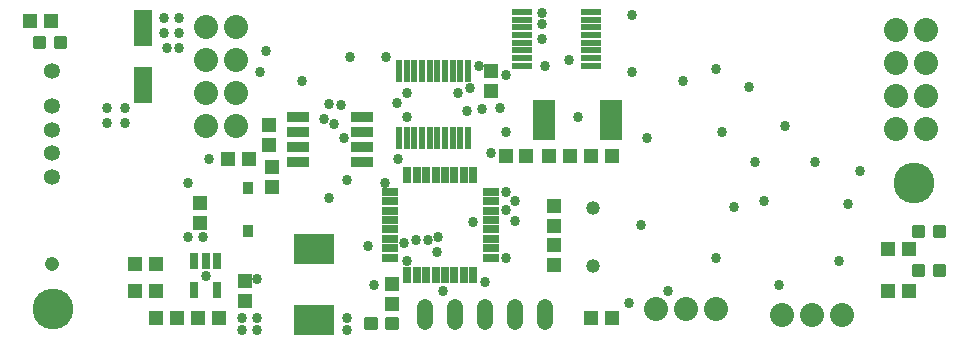
<source format=gbr>
G04 EAGLE Gerber X2 export*
%TF.Part,Single*%
%TF.FileFunction,Soldermask,Top,1*%
%TF.FilePolarity,Negative*%
%TF.GenerationSoftware,Autodesk,EAGLE,9.1.3*%
%TF.CreationDate,2019-04-01T20:10:06Z*%
G75*
%MOMM*%
%FSLAX34Y34*%
%LPD*%
%AMOC8*
5,1,8,0,0,1.08239X$1,22.5*%
G01*
%ADD10R,1.252400X1.152400*%
%ADD11R,1.152400X1.252400*%
%ADD12C,0.449434*%
%ADD13R,3.402400X2.652400*%
%ADD14C,2.032000*%
%ADD15R,1.952400X3.352400*%
%ADD16C,1.371600*%
%ADD17R,1.652400X0.602400*%
%ADD18R,0.741500X1.471600*%
%ADD19R,1.352400X0.652400*%
%ADD20R,0.652400X1.352400*%
%ADD21C,1.208000*%
%ADD22C,1.352400*%
%ADD23R,0.941500X1.129600*%
%ADD24R,1.852400X0.902400*%
%ADD25R,0.508000X1.828800*%
%ADD26C,1.182400*%
%ADD27R,1.552400X3.152400*%
%ADD28C,3.454400*%
%ADD29C,0.858000*%


D10*
X182000Y154940D03*
X199000Y154940D03*
X120260Y43180D03*
X103260Y43180D03*
D11*
X157480Y117720D03*
X157480Y100720D03*
X195580Y34680D03*
X195580Y51680D03*
D10*
X453780Y157480D03*
X470780Y157480D03*
X489340Y20320D03*
X506340Y20320D03*
X489340Y157480D03*
X506340Y157480D03*
D12*
X305895Y19263D02*
X305895Y12233D01*
X298865Y12233D01*
X298865Y19263D01*
X305895Y19263D01*
X305895Y16502D02*
X298865Y16502D01*
X323435Y19263D02*
X323435Y12233D01*
X316405Y12233D01*
X316405Y19263D01*
X323435Y19263D01*
X323435Y16502D02*
X316405Y16502D01*
X779955Y90465D02*
X779955Y97495D01*
X786985Y97495D01*
X786985Y90465D01*
X779955Y90465D01*
X779955Y94734D02*
X786985Y94734D01*
X762415Y97495D02*
X762415Y90465D01*
X762415Y97495D02*
X769445Y97495D01*
X769445Y90465D01*
X762415Y90465D01*
X762415Y94734D02*
X769445Y94734D01*
X779955Y64475D02*
X779955Y57445D01*
X779955Y64475D02*
X786985Y64475D01*
X786985Y57445D01*
X779955Y57445D01*
X779955Y61714D02*
X786985Y61714D01*
X762415Y64475D02*
X762415Y57445D01*
X762415Y64475D02*
X769445Y64475D01*
X769445Y57445D01*
X762415Y57445D01*
X762415Y61714D02*
X769445Y61714D01*
X35735Y250485D02*
X35735Y257515D01*
X42765Y257515D01*
X42765Y250485D01*
X35735Y250485D01*
X35735Y254754D02*
X42765Y254754D01*
X18195Y257515D02*
X18195Y250485D01*
X18195Y257515D02*
X25225Y257515D01*
X25225Y250485D01*
X18195Y250485D01*
X18195Y254754D02*
X25225Y254754D01*
D13*
X254000Y18260D03*
X254000Y78260D03*
D14*
X187960Y182880D03*
X162560Y182880D03*
X187960Y210820D03*
X162560Y210820D03*
X187960Y238760D03*
X162560Y238760D03*
X187960Y266700D03*
X162560Y266700D03*
X746760Y180340D03*
X772160Y180340D03*
X746760Y208280D03*
X772160Y208280D03*
X746760Y236220D03*
X772160Y236220D03*
X746760Y264160D03*
X772160Y264160D03*
D11*
X457200Y115180D03*
X457200Y98180D03*
X218440Y148200D03*
X218440Y131200D03*
X215900Y183760D03*
X215900Y166760D03*
D10*
X138040Y20320D03*
X121040Y20320D03*
X120260Y66040D03*
X103260Y66040D03*
X433950Y157480D03*
X416950Y157480D03*
D11*
X457200Y65160D03*
X457200Y82160D03*
D10*
X31360Y271780D03*
X14360Y271780D03*
X757800Y43180D03*
X740800Y43180D03*
X757800Y78740D03*
X740800Y78740D03*
D11*
X320040Y32140D03*
X320040Y49140D03*
X403860Y229480D03*
X403860Y212480D03*
D10*
X173600Y20320D03*
X156600Y20320D03*
D15*
X505520Y187960D03*
X449520Y187960D03*
D16*
X449580Y28956D02*
X449580Y16764D01*
X424180Y16764D02*
X424180Y28956D01*
X398780Y28956D02*
X398780Y16764D01*
X373380Y16764D02*
X373380Y28956D01*
X347980Y28956D02*
X347980Y16764D01*
D17*
X430740Y233790D03*
X430740Y240290D03*
X430740Y246790D03*
X430740Y253290D03*
X430740Y259790D03*
X430740Y266290D03*
X430740Y272790D03*
X430740Y279290D03*
X488740Y233790D03*
X488740Y240290D03*
X488740Y246790D03*
X488740Y253290D03*
X488740Y259790D03*
X488740Y266290D03*
X488740Y272790D03*
X488740Y279290D03*
D18*
X172060Y68343D03*
X162560Y68343D03*
X153060Y68343D03*
X153060Y43417D03*
X172060Y43417D03*
D19*
X403860Y127000D03*
X403860Y119000D03*
X403860Y111000D03*
X403860Y103000D03*
X403860Y95000D03*
X403860Y87000D03*
X403860Y79000D03*
X403860Y71000D03*
X318860Y127000D03*
X318860Y119000D03*
X318860Y111000D03*
X318860Y103000D03*
X318860Y95000D03*
X318860Y87000D03*
X318860Y79000D03*
X318860Y71000D03*
D20*
X389360Y141500D03*
X389360Y56500D03*
X381360Y56500D03*
X373360Y56500D03*
X365360Y56500D03*
X357360Y56500D03*
X349360Y56500D03*
X341360Y56500D03*
X333360Y56500D03*
X381360Y141500D03*
X373360Y141500D03*
X365360Y141500D03*
X357360Y141500D03*
X349360Y141500D03*
X341360Y141500D03*
X333360Y141500D03*
D14*
X543560Y27940D03*
X568960Y27940D03*
X594360Y27940D03*
X650240Y22860D03*
X675640Y22860D03*
X701040Y22860D03*
D21*
X32960Y65420D03*
D22*
X32960Y139420D03*
X32960Y159420D03*
X32960Y179420D03*
X32960Y199420D03*
X32960Y229420D03*
D23*
X198120Y93795D03*
X198120Y129725D03*
D24*
X294640Y190500D03*
X294640Y177800D03*
X294640Y165100D03*
X294640Y152400D03*
X240640Y190500D03*
X240640Y177800D03*
X240640Y165100D03*
X240640Y152400D03*
D25*
X326350Y172466D03*
X332850Y172466D03*
X339350Y172466D03*
X345850Y172466D03*
X352350Y172466D03*
X358850Y172466D03*
X365350Y172466D03*
X371850Y172466D03*
X378350Y172466D03*
X384850Y172466D03*
X384850Y228854D03*
X378350Y228854D03*
X371850Y228854D03*
X365350Y228854D03*
X358850Y228854D03*
X352350Y228854D03*
X345850Y228854D03*
X339350Y228854D03*
X332850Y228854D03*
X326350Y228854D03*
D26*
X490982Y64500D03*
X490982Y113300D03*
D27*
X109220Y217300D03*
X109220Y265300D03*
D28*
X33020Y27940D03*
X762000Y134620D03*
D29*
X147320Y88900D03*
X160020Y88900D03*
X162560Y55880D03*
X205740Y53340D03*
X127000Y274320D03*
X139700Y274320D03*
X139700Y261620D03*
X127000Y261620D03*
X139700Y248920D03*
X129540Y248920D03*
X566420Y220980D03*
X594360Y231140D03*
X622300Y215900D03*
X599440Y177800D03*
X627380Y152400D03*
X652780Y182880D03*
X678180Y152400D03*
X635000Y119380D03*
X706120Y116840D03*
X698500Y68580D03*
X647700Y48260D03*
X594360Y71120D03*
X530860Y99060D03*
X520700Y33020D03*
X299720Y81280D03*
X165100Y154940D03*
X281940Y137160D03*
X266700Y121920D03*
X325120Y154940D03*
X243840Y220980D03*
X213360Y246380D03*
X208280Y228600D03*
X276860Y200660D03*
X324589Y202124D03*
X393700Y233680D03*
X535940Y172720D03*
X477520Y190500D03*
X416560Y177800D03*
X388976Y101702D03*
X359283Y88900D03*
X523240Y276860D03*
X447040Y256540D03*
X263244Y188876D03*
X332740Y68580D03*
X304800Y48260D03*
X332740Y190500D03*
X416560Y71120D03*
X424180Y101830D03*
X314170Y134620D03*
X398780Y50800D03*
X271191Y183970D03*
X279400Y172720D03*
X403860Y160020D03*
X332740Y210820D03*
X447040Y278412D03*
X609600Y114300D03*
X523240Y228600D03*
X281940Y20320D03*
X281940Y10160D03*
X205740Y20320D03*
X193040Y20320D03*
X193040Y10160D03*
X205740Y10160D03*
X78740Y198120D03*
X93980Y198120D03*
X93980Y185420D03*
X78740Y185420D03*
X147320Y134620D03*
X350520Y86360D03*
X358140Y76200D03*
X416560Y127000D03*
X330420Y83820D03*
X266700Y201450D03*
X284480Y241300D03*
X424180Y119380D03*
X363220Y43180D03*
X553720Y43180D03*
X716280Y144780D03*
X340360Y86360D03*
X416560Y111760D03*
X314960Y241300D03*
X447040Y269240D03*
X416560Y226060D03*
X383540Y195580D03*
X375920Y210340D03*
X449580Y233680D03*
X469900Y238760D03*
X386080Y214912D03*
X411480Y198120D03*
X397030Y196871D03*
M02*

</source>
